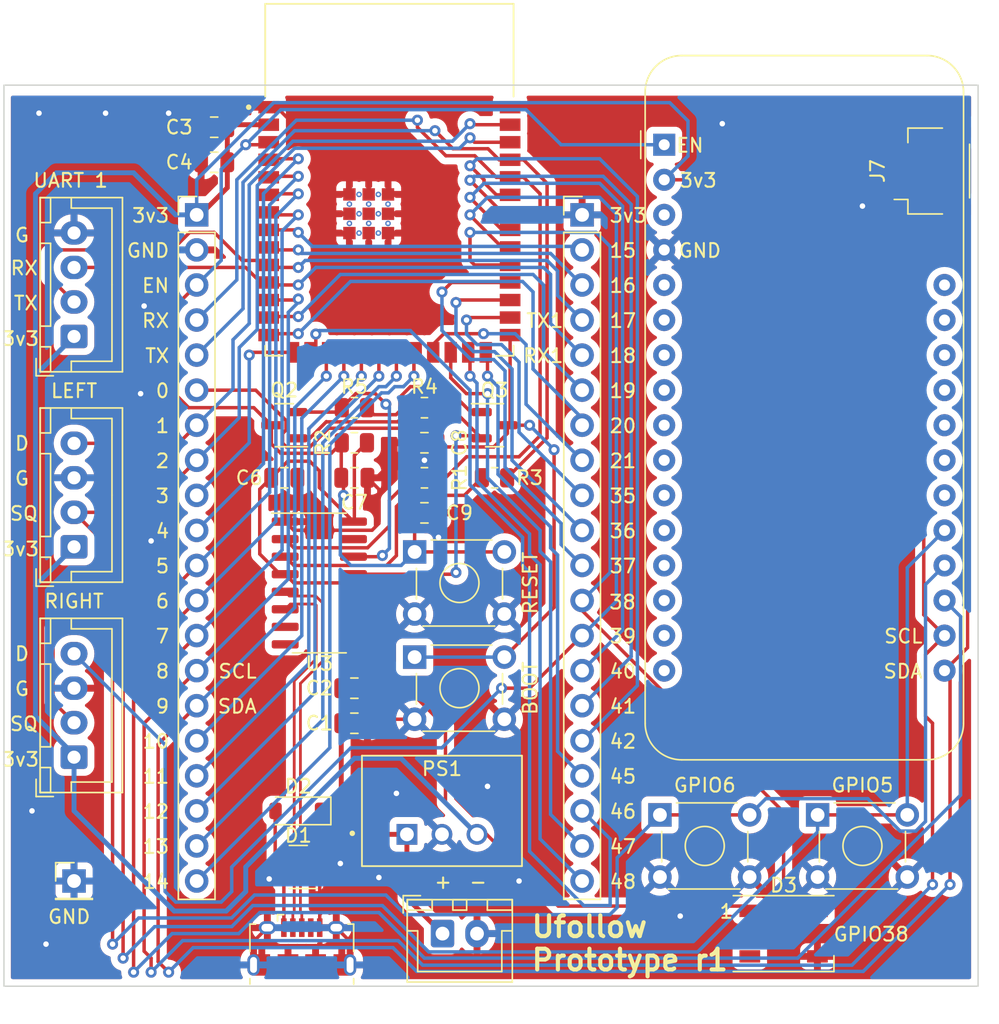
<source format=kicad_pcb>
(kicad_pcb (version 20221018) (generator pcbnew)
  (layers (0 "F.Cu" signal) (31 "B.Cu" signal) (34 "B.Paste" user) (35 "F.Paste" user) (36 "B.SilkS" user "B.Silkscreen") (37 "F.SilkS" user "F.Silkscreen") (38 "B.Mask" user) (39 "F.Mask" user) (44 "Edge.Cuts" user))
  (net 0 "")
  (net 1 "VCC")
  (net 2 "GND")
  (net 3 "+3.3V")
  (net 4 "/EN")
  (net 5 "/GPIO0")
  (net 6 "/usb/D+")
  (net 7 "/usb/D-")
  (net 8 "Net-(D1-VCC)")
  (net 9 "/GPIO2")
  (net 10 "/GPIO1")
  (net 11 "/GPIO39")
  (net 13 "/GPIO15")
  (net 14 "/GPIO16")
  (net 15 "/GPIO17{slash}TX1")
  (net 16 "/GPIO18{slash}RX1")
  (net 17 "/GPIO19")
  (net 18 "/GPIO20")
  (net 19 "/GPIO21")
  (net 20 "/GPIO35")
  (net 21 "/GPIO36")
  (net 22 "/GPIO37")
  (net 23 "/GPIO38")
  (net 24 "/GPIO40")
  (net 25 "/GPIO41")
  (net 26 "/GPIO42")
  (net 27 "/GPIO45")
  (net 28 "/GPIO46")
  (net 29 "/GPIO47")
  (net 30 "/GPIO48")
  (net 31 "/RX")
  (net 32 "/TX")
  (net 33 "/GPIO3")
  (net 34 "/GPIO4")
  (net 35 "/GPIO5")
  (net 36 "/GPIO6")
  (net 37 "/GPIO7")
  (net 38 "/GPIO8")
  (net 39 "/GPIO9")
  (net 40 "/GPIO10")
  (net 41 "/GPIO11")
  (net 42 "/GPIO12")
  (net 43 "/GPIO13")
  (net 44 "/GPIO14")
  (net 45 "Net-(Q2-B)")
  (net 46 "/usb/RTS")
  (net 47 "Net-(Q3-B)")
  (net 48 "/usb/DTR")
  (net 49 "Net-(U3-TXD)")
  (net 50 "Net-(U3-RXD)")
  (footprint "Resistor_SMD:R_0805_2012Metric" (layer "F.Cu") (at 104.14 57.15)
    (fp_text reference "R1")
    (fp_text value "2.4K")
  )
  (footprint "Capacitor_SMD:C_0805_2012Metric" (layer "F.Cu") (at 104.14 54.61 180)
    (fp_text reference "C8")
    (fp_text value ".1uF")
  )
  (footprint "Package_SO:SOIC-16_3.9x9.9mm_P1.27mm" (layer "F.Cu") (at 96.52 64.77)
    (fp_text reference "U3")
    (fp_text value "CH340C")
  )
  (footprint "Connector_JST:JST_XH_B4B-XH-A_1x04_P2.50mm_Vertical" (layer "F.Cu") (at 78.74 46.91 90)
    (fp_text reference "J11" hide)
    (fp_text value "Conn_01x04_Socket")
  )
  (footprint "Resistor_SMD:R_0805_2012Metric" (layer "F.Cu") (at 99.06 52.07)
    (fp_text reference "R5")
    (fp_text value "10K")
  )
  (footprint "Connector_JST:JST_XH_B4B-XH-A_1x04_P2.50mm_Vertical" (layer "F.Cu") (at 78.74 77.39 90)
    (fp_text reference "J2" hide)
    (fp_text value "Conn_01x04_Socket")
  )
  (footprint "Capacitor_SMD:C_0805_2012Metric" (layer "F.Cu") (at 88.9 31.75 180)
    (fp_text reference "C3")
    (fp_text value "10uF")
  )
  (footprint "Capacitor_SMD:C_0805_2012Metric" (layer "F.Cu") (at 99.06 72.39)
    (fp_text reference "C2")
    (fp_text value "22uF")
  )
  (footprint "Capacitor_SMD:C_0805_2012Metric" (layer "F.Cu") (at 99.06 57.15)
    (fp_text reference "C7")
    (fp_text value "1uF")
  )
  (footprint "uFinder:CONV_K7803M-1000R3" (layer "F.Cu") (at 105.41 81.28)
    (fp_text reference "PS1")
    (fp_text value "K7803M-1000R3")
  )
  (footprint "Connector_PinHeader_2.54mm:PinHeader_1x01_P2.54mm_Vertical" (layer "F.Cu") (at 78.74 86.36)
    (fp_text reference "TP1" hide)
    (fp_text value "TestPoint")
  )
  (footprint "Capacitor_SMD:C_0805_2012Metric" (layer "F.Cu") (at 104.14 59.69)
    (fp_text reference "C9")
    (fp_text value ".1uF")
  )
  (footprint "Button_Switch_THT:SW_TH_Tactile_Omron_B3F-10xx" (layer "F.Cu") (at 121.21 81.57)
    (fp_text reference "SW3" hide)
    (fp_text value "SW_Push")
  )
  (footprint "Capacitor_SMD:C_0805_2012Metric" (layer "F.Cu") (at 88.9 34.29 180)
    (fp_text reference "C4")
    (fp_text value ".1uF")
  )
  (footprint "Button_Switch_THT:SW_TH_Tactile_Omron_B3F-10xx" (layer "F.Cu") (at 132.64 81.57)
    (fp_text reference "SW4" hide)
    (fp_text value "SW_Push")
  )
  (footprint "Resistor_SMD:R_0805_2012Metric" (layer "F.Cu") (at 104.14 52.07 180)
    (fp_text reference "R4")
    (fp_text value "10K")
  )
  (footprint "uFinder:Adafruit_Feather" (layer "F.Cu") (at 121.5195 33.02)
    (fp_text reference "U2" hide)
    (fp_text value "~")
  )
  (footprint "Resistor_SMD:R_0805_2012Metric" (layer "F.Cu") (at 109.22 57.15)
    (fp_text reference "R3")
    (fp_text value "2.4K")
  )
  (footprint "Connector_JST:JST_XH_B2B-XH-A_1x02_P2.50mm_Vertical" (layer "F.Cu") (at 105.45 90.17)
    (fp_text reference "J3" hide)
    (fp_text value "Conn_01x02_Socket")
  )
  (footprint "Diode_SMD:D_SOD-123" (layer "F.Cu") (at 94.996 81.28 180)
    (fp_text reference "D2")
    (fp_text value "D")
  )
  (footprint "Connector_JST:JST_XH_B4B-XH-A_1x04_P2.50mm_Vertical" (layer "F.Cu") (at 78.74 62.15 90)
    (fp_text reference "J1" hide)
    (fp_text value "Conn_01x04_Socket")
  )
  (footprint "Connector_JST:JST_SH_SM04B-SRSS-TB_1x04-1MP_P1.00mm_Horizontal" (layer "F.Cu") (at 140.97 34.925 90)
    (fp_text reference "J7")
    (fp_text value "Conn_01x04_Socket")
  )
  (footprint "Package_TO_SOT_SMD:SOT-23" (layer "F.Cu") (at 93.98 53.34 180)
    (fp_text reference "Q2")
    (fp_text value "Q_NPN_BEC")
  )
  (footprint "Resistor_SMD:R_0805_2012Metric" (layer "F.Cu") (at 99.06 54.61)
    (fp_text reference "R2")
    (fp_text value "10K")
  )
  (footprint "Button_Switch_THT:SW_TH_Tactile_Omron_B3F-10xx" (layer "F.Cu") (at 103.43 70.14)
    (fp_text reference "SW2" hide)
    (fp_text value "SW_Push")
  )
  (footprint "uFinder:XCVR_ESP32-S3-WROOM-1-N4R2" (layer "F.Cu") (at 101.6 35.56)
    (fp_text reference "U1" hide)
    (fp_text value "ESP32-S3-WROOM-1-N4R2")
  )
  (footprint "Connector_PinHeader_2.54mm:PinHeader_1x20_P2.54mm_Vertical" (layer "F.Cu") (at 87.63 38.1)
    (fp_text reference "J6" hide)
    (fp_text value "Conn_01x20_Pin")
  )
  (footprint "Connector_PinHeader_2.54mm:PinHeader_1x20_P2.54mm_Vertical" (layer "F.Cu") (at 115.57 38.1)
    (fp_text reference "J5" hide)
    (fp_text value "Conn_01x20_Pin")
  )
  (footprint "Button_Switch_THT:SW_TH_Tactile_Omron_B3F-10xx" (layer "F.Cu") (at 103.43 62.52)
    (fp_text reference "SW1" hide)
    (fp_text value "SW_Push")
  )
  (footprint "Capacitor_SMD:C_0805_2012Metric" (layer "F.Cu") (at 99.06 74.93)
    (fp_text reference "C1")
    (fp_text value "10uF")
  )
  (footprint "Package_TO_SOT_SMD:SOT-143" (layer "F.Cu") (at 94.996 85.344 180)
    (fp_text reference "D1")
    (fp_text value "PRTR5V0U2X")
  )
  (footprint "LED_SMD:LED_WS2812B_PLCC4_5.0x5.0mm_P3.2mm" (layer "F.Cu") (at 130.175 90.17)
    (fp_text reference "D3")
    (fp_text value "WS2812B")
  )
  (footprint "Package_TO_SOT_SMD:SOT-23" (layer "F.Cu") (at 109.22 53.34)
    (fp_text reference "Q3")
    (fp_text value "Q_NPN_BEC")
  )
  (footprint "Connector_USB:USB_Micro-B_Amphenol_10118194_Horizontal" (layer "F.Cu") (at 95.25 91.14)
    (fp_text reference "J4" hide)
    (fp_text value "USB_B_Micro")
  )
  (footprint "Capacitor_SMD:C_0805_2012Metric" (layer "F.Cu") (at 93.98 57.15)
    (fp_text reference "C6")
    (fp_text value ".1uF")
  )
  (gr_rect (start 73.66 28.702) (end 144.272 93.98) (stroke (width 0.1)) (fill none) (layer "Edge.Cuts"))
  (gr_text "RIGHT" (at 78.74 66.675) (layer "F.SilkS") (effects (font (size 1 1)) (justify bottom)))
  (gr_text "3" (at 85.725 59.055) (layer "F.SilkS") (effects (font (size 1 1)) (justify right bottom)))
  (gr_text "19" (at 117.475 51.435) (layer "F.SilkS") (effects (font (size 1 1)) (justify left bottom)))
  (gr_text "4" (at 85.725 61.595) (layer "F.SilkS") (effects (font (size 1 1)) (justify right bottom)))
  (gr_text "1" (at 85.725 53.975) (layer "F.SilkS") (effects (font (size 1 1)) (justify right bottom)))
  (gr_text "35" (at 117.475 59.055) (layer "F.SilkS") (effects (font (size 1 1)) (justify left bottom)))
  (gr_text "SCL" (at 92.075 71.755) (layer "F.SilkS") (effects (font (size 1 1)) (justify right bottom)))
  (gr_text "5" (at 85.725 64.135) (layer "F.SilkS") (effects (font (size 1 1)) (justify right bottom)))
  (gr_text "0" (at 85.725 51.435) (layer "F.SilkS") (effects (font (size 1 1)) (justify right bottom)))
  (gr_text "48" (at 117.475 86.995) (layer "F.SilkS") (effects (font (size 1 1)) (justify left bottom)))
  (gr_text "EN" (at 124.46 33.655) (layer "F.SilkS") (effects (font (size 1 1)) (justify right bottom)))
  (gr_text "+" (at 104.775 86.995) (layer "F.SilkS") (effects (font (size 1 1)) (justify left bottom)))
  (gr_text "TX1" (at 114.3 46.355) (layer "F.SilkS") (effects (font (size 1 1)) (justify right bottom)))
  (gr_text "RX" (at 85.725 46.355) (layer "F.SilkS") (effects (font (size 1 1)) (justify right bottom)))
  (gr_text "GPIO6" (at 124.46 80.01) (layer "F.SilkS") (effects (font (size 1 1)) (justify bottom)))
  (gr_text "46" (at 117.475 81.915) (layer "F.SilkS") (effects (font (size 1 1)) (justify left bottom)))
  (gr_text "D" (at 75.565 55.245) (layer "F.SilkS") (effects (font (size 1 1)) (justify right bottom)))
  (gr_text "GND" (at 125.73 41.275) (layer "F.SilkS") (effects (font (size 1 1)) (justify right bottom)))
  (gr_text "13" (at 85.725 84.455) (layer "F.SilkS") (effects (font (size 1 1)) (justify right bottom)))
  (gr_text "RX1" (at 114.3 48.895) (layer "F.SilkS") (effects (font (size 1 1)) (justify right bottom)))
  (gr_text "9" (at 85.725 74.295) (layer "F.SilkS") (effects (font (size 1 1)) (justify right bottom)))
  (gr_text "SCL" (at 140.335 69.215) (layer "F.SilkS") (effects (font (size 1 1)) (justify right bottom)))
  (gr_text "SDA" (at 140.335 71.755) (layer "F.SilkS") (effects (font (size 1 1)) (justify right bottom)))
  (gr_text "21" (at 117.475 56.515) (layer "F.SilkS") (effects (font (size 1 1)) (justify left bottom)))
  (gr_text "11" (at 85.725 79.375) (layer "F.SilkS") (effects (font (size 1 1)) (justify right bottom)))
  (gr_text "37" (at 117.475 64.135) (layer "F.SilkS") (effects (font (size 1 1)) (justify left bottom)))
  (gr_text "42" (at 117.475 76.835) (layer "F.SilkS") (effects (font (size 1 1)) (justify left bottom)))
  (gr_text "SQ" (at 76.2 60.325) (layer "F.SilkS") (effects (font (size 1 1)) (justify right bottom)))
  (gr_text "6" (at 85.725 66.675) (layer "F.SilkS") (effects (font (size 1 1)) (justify right bottom)))
  (gr_text "3v3" (at 76.29 78.14) (layer "F.SilkS") (effects (font (size 1 1)) (justify right bottom)))
  (gr_text "D" (at 75.565 70.485) (layer "F.SilkS") (effects (font (size 1 1)) (justify right bottom)))
  (gr_text "16" (at 117.475 43.815) (layer "F.SilkS") (effects (font (size 1 1)) (justify left bottom)))
  (gr_text "G" (at 75.565 57.785) (layer "F.SilkS") (effects (font (size 1 1)) (justify right bottom)))
  (gr_text "G" (at 75.565 73.025) (layer "F.SilkS") (effects (font (size 1 1)) (justify right bottom)))
  (gr_text "TX" (at 85.725 48.895) (layer "F.SilkS") (effects (font (size 1 1)) (justify right bottom)))
  (gr_text "38" (at 117.45121 66.749369) (layer "F.SilkS") (effects (font (size 1 1)) (justify left bottom)))
  (gr_text "SQ" (at 76.2 75.565) (layer "F.SilkS") (effects (font (size 1 1)) (justify right bottom)))
  (gr_text "45" (at 117.475 79.375) (layer "F.SilkS") (effects (font (size 1 1)) (justify left bottom)))
  (gr_text "15" (at 117.475 41.275) (layer "F.SilkS") (effects (font (size 1 1)) (justify left bottom)))
  (gr_text "10" (at 85.725 76.835) (layer "F.SilkS") (effects (font (size 1 1)) (justify right bottom)))
  (gr_text "GPIO38" (at 136.525 90.805) (layer "F.SilkS") (effects (font (size 1 1)) (justify bottom)))
  (gr_text "RESET" (at 112.395 64.77 90) (layer "F.SilkS") (effects (font (size 1 1)) (justify bottom)))
  (gr_text "BOOT" (at 112.395 72.39 90) (layer "F.SilkS") (effects (font (size 1 1)) (justify bottom)))
  (gr_text "18" (at 117.475 48.895) (layer "F.SilkS") (effects (font (size 1 1)) (justify left bottom)))
  (gr_text "Ufollow\nPrototype r1" (at 111.76 92.964) (layer "F.SilkS") (effects (font (size 1.5 1.5) (thickness 0.3) bold) (justify left bottom)))
  (gr_text "3v3" (at 76.29 62.9) (layer "F.SilkS") (effects (font (size 1 1)) (justify right bottom)))
  (gr_text "GPIO5" (at 135.89 80.01) (layer "F.SilkS") (effects (font (size 1 1)) (justify bottom)))
  (gr_text "7" (at 85.725 69.215) (layer "F.SilkS") (effects (font (size 1 1)) (justify right bottom)))
  (gr_text "20" (at 117.475 53.975) (layer "F.SilkS") (effects (font (size 1 1)) (justify left bottom)))
  (gr_text "47" (at 117.475 84.455) (layer "F.SilkS") (effects (font (size 1 1)) (justify left bottom)))
  (gr_text "17" (at 117.475 46.355) (layer "F.SilkS") (effects (font (size 1 1)) (justify left bottom)))
  (gr_text "8" (at 85.725 71.755) (layer "F.SilkS") (effects (font (size 1 1)) (justify right bottom)))
  (gr_text "GND" (at 80.01 89.535) (layer "F.SilkS") (effects (font (size 1 1)) (justify right bottom)))
  (gr_text "3v3" (at 76.29 47.66) (layer "F.SilkS") (effects (font (size 1 1)) (justify right bottom)))
  (gr_text "LEFT" (at 78.74 51.435) (layer "F.SilkS") (effects (font (size 1 1)) (justify bottom)))
  (gr_text "39" (at 117.475 69.215) (layer "F.SilkS") (effects (font (size 1 1)) (justify left bottom)))
  (gr_text "40" (at 117.475 71.755) (layer "F.SilkS") (effects (font (size 1 1)) (justify left bottom)))
  (gr_text "3v3" (at 122.555 36.195) (layer "F.SilkS") (effects (font (size 1 1)) (justify left bottom)))
  (gr_text "36" (at 117.475 61.595) (layer "F.SilkS") (effects (font (size 1 1)) (justify left bottom)))
  (gr_text "41" (at 117.475 74.295) (layer "F.SilkS") (effects (font (size 1 1)) (justify left bottom)))
  (gr_text "SDA" (at 92.075 74.295) (layer "F.SilkS") (effects (font (size 1 1)) (justify right bottom)))
  (gr_text "TX" (at 76.2 45.085) (layer "F.SilkS") (effects (font (size 1 1)) (justify right bottom)))
  (gr_text "-" (at 107.315 86.995) (layer "F.SilkS") (effects (font (size 1 1)) (justify left bottom)))
  (gr_text "3v3" (at 117.475 38.735) (layer "F.SilkS") (effects (font (size 1 1)) (justify left bottom)))
  (gr_text "UART 1" (at 81.28 36.195) (layer "F.SilkS") (effects (font (size 1 1)) (justify right bottom)))
  (gr_text "2" (at 85.725 56.515) (layer "F.SilkS") (effects (font (size 1 1)) (justify right bottom)))
  (gr_text "RX" (at 76.2 42.545) (layer "F.SilkS") (effects (font (size 1 1)) (justify right bottom)))
  (gr_text "G" (at 75.565 40.16) (layer "F.SilkS") (effects (font (size 1 1)) (justify right bottom)))
  (gr_text "EN" (at 85.725 43.815) (layer "F.SilkS") (effects (font (size 1 1)) (justify right bottom)))
  (gr_text "14" (at 85.725 86.995) (layer "F.SilkS") (effects (font (size 1 1)) (justify right bottom)))
  (gr_text "3v3" (at 85.725 38.735) (layer "F.SilkS") (effects (font (size 1 1)) (justify right bottom)))
  (gr_text "GND" (at 85.725 41.275) (layer "F.SilkS") (effects (font (size 1 1)) (justify right bottom)))
  (gr_text "12" (at 85.725 81.915) (layer "F.SilkS") (effects (font (size 1 1)) (justify right bottom)))
  (segment (start 98.11 79.816) (end 98.11 74.93) (width 0.3556) (layer "F.Cu") (net 1))
  (segment (start 96.646 81.28) (end 98.11 79.816) (width 0.3556) (layer "F.Cu") (net 1))
  (segment (start 102.87 87.59) (end 102.87 82.98) (width 0.3556) (layer "F.Cu") (net 1))
  (segment (start 102.87 82.98) (end 101.274 82.98) (width 0.3556) (layer "F.Cu") (net 1))
  (segment (start 101.274 82.98) (end 98.11 79.816) (width 0.3556) (layer "F.Cu") (net 1))
  (segment (start 105.45 90.17) (end 102.87 87.59) (width 0.3556) (layer "F.Cu") (net 1))
  (segment (start 136.93 36.425) (end 135.89 37.465) (width 0.25) (layer "F.Cu") (net 2))
  (segment (start 92.886689 87.533311) (end 92.886689 86.209289) (width 0.25) (layer "F.Cu") (net 2))
  (segment (start 132.625 91.82) (end 133.39 91.82) (width 0.25) (layer "F.Cu") (net 2))
  (segment (start 115.57 34.52) (end 113.042 31.992) (width 0.25) (layer "F.Cu") (net 2))
  (segment (start 100.01 72.39) (end 100.01 74.93) (width 0.25) (layer "F.Cu") (net 2))
  (segment (start 100.838 60.452) (end 100.34 60.95) (width 0.25) (layer "F.Cu") (net 2))
  (segment (start 125.73 31.496) (end 113.538 31.496) (width 0.25) (layer "F.Cu") (net 2))
  (segment (start 91.75 92.44) (end 91.75 90.74) (width 0.25) (layer "F.Cu") (net 2))
  (segment (start 100.838 57.978) (end 100.838 60.452) (width 0.25) (layer "F.Cu") (net 2))
  (segment (start 92.75 87.67) (end 92.886689 87.533311) (width 0.25) (layer "F.Cu") (net 2))
  (segment (start 138.97 36.425) (end 136.93 36.425) (width 0.25) (layer "F.Cu") (net 2))
  (segment (start 92.75 89.74) (end 92.75 87.67) (width 0.25) (layer "F.Cu") (net 2))
  (segment (start 113.042 31.992) (end 111.35 30.3) (width 0.25) (layer "F.Cu") (net 2))
  (segment (start 105.09 61.402) (end 105.156 61.468) (width 0.25) (layer "F.Cu") (net 2))
  (segment (start 96.55 89.74) (end 96.55 86.648) (width 0.25) (layer "F.Cu") (net 2))
  (segment (start 111.35 30.3) (end 110.35 30.3) (width 0.25) (layer "F.Cu") (net 2))
  (segment (start 100.3 74.64) (end 103.43 74.64) (width 0.25) (layer "F.Cu") (net 2))
  (segment (start 87.95 31.75) (end 87.95 34.29) (width 0.25) (layer "F.Cu") (net 2))
  (segment (start 92.85 30.3) (end 110.35 30.3) (width 0.25) (layer "F.Cu") (net 2))
  (segment (start 133.39 91.82) (end 139.14 86.07) (width 0.25) (layer "F.Cu") (net 2))
  (segment (start 105.09 59.69) (end 105.09 61.402) (width 0.25) (layer "F.Cu") (net 2))
  (segment (start 87.95 31.75) (end 89.4 30.3) (width 0.25) (layer "F.Cu") (net 2))
  (segment (start 96.55 86.648) (end 95.996 86.094) (width 0.25) (layer "F.Cu") (net 2))
  (segment (start 89.4 30.3) (end 92.85 30.3) (width 0.25) (layer "F.Cu") (net 2))
  (segment (start 94.93 59.44) (end 94.045 60.325) (width 0.25) (layer "F.Cu") (net 2))
  (segment (start 113.538 31.496) (end 113.042 31.992) (width 0.25) (layer "F.Cu") (net 2))
  (segment (start 94.67 60.95) (end 94.045 60.325) (width 0.25) (layer "F.Cu") (net 2))
  (segment (start 91.75 90.74) (end 92.75 89.74) (width 0.25) (layer "F.Cu") (net 2))
  (segment (start 100.01 57.15) (end 100.838 57.978) (width 0.25) (layer "F.Cu") (net 2))
  (segment (start 98.7 35.57) (end 93.43 30.3) (width 0.25) (layer "F.Cu") (net 2))
  (segment (start 98.7 36.62) (end 98.7 35.57) (width 0.25) (layer "F.Cu") (net 2))
  (segment (start 98.75 90.74) (end 97.75 89.74) (width 0.25) (layer "F.Cu") (net 2))
  (segment (start 100.01 57.15) (end 100.65 57.15) (width 0.25) (layer "F.Cu") (net 2))
  (segment (start 100.65 57.15) (end 103.19 54.61) (width 0.25) (layer "F.Cu") (net 2))
  (segment (start 115.57 38.1) (end 115.57 34.52) (width 0.25) (layer "F.Cu") (net 2))
  (segment (start 98.75 92.44) (end 98.75 90.74) (width 0.25) (layer "F.Cu") (net 2))
  (segment (start 91.75 92.44) (end 98.75 92.44) (width 0.25) (layer "F.Cu") (net 2))
  (segment (start 103.19 54.93) (end 104.14 55.88) (width 0.25) (layer "F.Cu") (net 2))
  (segment (start 100.34 60.95) (end 94.67 60.95) (width 0.25) (layer "F.Cu") (net 2))
  (segment (start 94.93 57.15) (end 94.93 59.44) (width 0.25) (layer "F.Cu") (net 2))
  (via (at 110.998 86.36) (size 0.8) (drill 0.4) (layers "F.Cu" "B.Cu") (net 2))
  (via (at 75.692 81.28) (size 0.8) (drill 0.4) (layers "F.Cu" "B.Cu") (net 2))
  (via (at 102.108 80.01) (size 0.8) (drill 0.4) (layers "F.Cu" "B.Cu") (net 2))
  (via (at 100.838 86.106) (size 0.8) (drill 0.4) (layers "F.Cu" "B.Cu") (net 2))
  (via (at 135.89 37.465) (size 0.8) (drill 0.4) (layers "F.Cu" "B.Cu") (net 2))
  (via (at 81.026 30.734) (size 0.8) (drill 0.4) (layers "F.Cu" "B.Cu") (net 2))
  (via (at 122.682 88.9) (size 0.8) (drill 0.4) (layers "F.Cu" "B.Cu") (net 2))
  (via (at 83.82 44.704) (size 0.8) (drill 0.4) (layers "F.Cu" "B.Cu") (net 2))
  (via (at 83.566 51.054) (size 0.8) (drill 0.4) (layers "F.Cu" "B.Cu") (net 2))
  (via (at 76.2 30.734) (size 0.8) (drill 0.4) (layers "F.Cu" "B.Cu") (net 2))
  (via (at 84.328 61.722) (size 0.8) (drill 0.4) (layers "F.Cu" "B.Cu") (net 2))
  (via (at 104.14 55.88) (size 0.8) (drill 0.4) (layers "F.Cu" "B.Cu") (net 2))
  (via (at 108.712 79.502) (size 0.8) (drill 0.4) (layers "F.Cu" "B.Cu") (net 2))
  (via (at 125.73 31.496) (size 0.8) (drill 0.4) (layers "F.Cu" "B.Cu") (net 2))
  (via (at 85.598 30.734) (size 0.8) (drill 0.4) (layers "F.Cu" "B.Cu") (net 2))
  (via (at 92.886689 86.209289) (size 0.8) (drill 0.4) (layers "F.Cu" "B.Cu") (net 2))
  (via (at 105.156 61.468) (size 0.8) (drill 0.4) (layers "F.Cu" "B.Cu") (net 2))
  (via (at 76.708 90.932) (size 0.8) (drill 0.4) (layers "F.Cu" "B.Cu") (net 2))
  (via (at 98.044 85.09) (size 0.8) (drill 0.4) (layers "F.Cu" "B.Cu") (net 2))
  (segment (start 135.89 37.465) (end 131.699 37.465) (width 0.25) (layer "B.Cu") (net 2))
  (segment (start 131.699 37.465) (end 125.73 31.496) (width 0.25) (layer "B.Cu") (net 2))
  (segment (start 93.668249 64.135) (end 92.202 62.668751) (width 0.25) (layer "F.Cu") (net 3))
  (segment (start 108.643305 82.98) (end 107.95 82.98) (width 0.25) (layer "F.Cu") (net 3))
  (segment (start 100.95 65.713249) (end 99.996751 64.76) (width 0.25) (layer "F.Cu") (net 3))
  (segment (start 99.06 60.26) (end 99.06 55.5225) (width 0.25) (layer "F.Cu") (net 3))
  (segment (start 138.97 35.425) (end 138.835 35.56) (width 0.25) (layer "F.Cu") (net 3))
  (segment (start 100.95 70.358) (end 100.95 65.713249) (width 0.25) (layer "F.Cu") (net 3))
  (segment (start 100.142 70.358) (end 100.95 70.358) (width 0.25) (layer "F.Cu") (net 3))
  (segment (start 127.38 88.175) (end 113.838305 88.175) (width 0.25) (layer "F.Cu") (net 3))
  (segment (start 105.664 80.694) (end 105.664 75.184) (width 0.25) (layer "F.Cu") (net 3))
  (segment (start 99.06 55.5225) (end 99.9725 54.61) (width 0.25) (layer "F.Cu") (net 3))
  (segment (start 89.85 34.29) (end 89.85 31.75) (width 0.3556) (layer "F.Cu") (net 3))
  (segment (start 89.85 34.29) (end 89.85 36.134) (width 0.3556) (layer "F.Cu") (net 3))
  (segment (start 138.835 35.56) (end 121.5195 35.56) (width 0.25) (layer "F.Cu") (net 3))
  (segment (start 89.85 36.134) (end 87.884 38.1) (width 0.3556) (layer "F.Cu") (net 3))
  (segment (start 92.202 57.978) (end 93.03 57.15) (width 0.25) (layer "F.Cu") (net 3))
  (segment (start 92.85 31.57) (end 90.03 31.57) (width 0.3556) (layer "F.Cu") (net 3))
  (segment (start 94.234 55.946) (end 95.824 55.946) (width 0.25) (layer "F.Cu") (net 3))
  (segment (start 105.664 75.184) (end 100.95 70.47) (width 0.25) (layer "F.Cu") (net 3))
  (segment (start 113.838305 88.175) (end 108.643305 82.98) (width 0.25) (layer "F.Cu") (net 3))
  (segment (start 107.95 82.98) (end 105.664 80.694) (width 0.25) (layer "F.Cu") (net 3))
  (segment (start 127.725 88.52) (end 127.38 88.175) (width 0.25) (layer "F.Cu") (net 3))
  (segment (start 94.67 64.76) (end 94.045 64.135) (width 0.25) (layer "F.Cu") (net 3))
  (segment (start 92.202 62.668751) (end 92.202 57.978) (width 0.25) (layer "F.Cu") (net 3))
  (segment (start 99.996751 64.76) (end 94.67 64.76) (width 0.25) (layer "F.Cu") (net 3))
  (segment (start 95.824 55.946) (end 96.52 56.642) (width 0.25) (layer "F.Cu") (net 3))
  (segment (start 96.52 57.85) (end 98.995 60.325) (width 0.25) (layer "F.Cu") (net 3))
  (segment (start 93.03 57.15) (end 94.234 55.946) (width 0.25) (layer "F.Cu") (net 3))
  (segment (start 96.52 56.642) (end 96.52 57.85) (width 0.25) (layer "F.Cu") (net 3))
  (segment (start 100.95 70.47) (end 100.95 70.358) (width 0.25) (layer "F.Cu") (net 3))
  (segment (start 98.11 72.39) (end 100.142 70.358) (width 0.25) (layer "F.Cu") (net 3))
  (segment (start 91.186 87.122) (end 91.186 85.344) (width 0.3556) (layer "B.Cu") (net 3))
  (segment (start 102.44 77.47) (end 107.95 82.98) (width 0.3556) (layer "B.Cu") (net 3))
  (segment (start 75.946 49.704) (end 78.74 46.91) (width 0.3556) (layer "B.Cu") (net 3))
  (segment (start 121.92 29.972) (end 93.208695 29.972) (width 0.25) (layer "B.Cu") (net 3))
  (segment (start 75.946 74.422) (end 75.946 64.944) (width 0.3556) (layer "B.Cu") (net 3))
  (segment (start 86.106 38.1) (end 87.63 38.1) (width 0.3556) (layer "B.Cu") (net 3))
  (segment (start 78.74 77.39) (end 78.74 81.28) (width 0.3556) (layer "B.Cu") (net 3))
  (segment (start 75.946 64.944) (end 78.74 62.15) (width 0.3556) (layer "B.Cu") (net 3))
  (segment (start 75.946 49.704) (end 75.946 36.576) (width 0.3556) (layer "B.Cu") (net 3))
  (segment (start 93.208695 29.972) (end 87.63 35.550695) (width 0.25) (layer "B.Cu") (net 3))
  (segment (start 123.24375 33.83575) (end 123.24375 31.29575) (width 0.25) (layer "B.Cu") (net 3))
  (segment (start 91.186 85.344) (end 99.06 77.47) (width 0.3556) (layer "B.Cu") (net 3))
  (segment (start 87.63 35.550695) (end 87.63 38.1) (width 0.25) (layer "B.Cu") (net 3))
  (segment (start 75.946 64.944) (end 75.946 49.704) (width 0.3556) (layer "B.Cu") (net 3))
  (segment (start 75.946 36.576) (end 77.47 35.052) (width 0.3556) (layer "B.Cu") (net 3))
  (segment (start 123.24375 31.29575) (end 121.92 29.972) (width 0.25) (layer "B.Cu") (net 3))
  (segment (start 83.058 35.052) (end 86.106 38.1) (width 0.3556) (layer "B.Cu") (net 3))
  (segment (start 85.9952 88.5352) (end 89.7728 88.5352) (width 0.3556) (layer "B.Cu") (net 3))
  (segment (start 77.47 35.052) (end 83.058 35.052) (width 0.3556) (layer "B.Cu") (net 3))
  (segment (start 121.5195 35.56) (end 123.24375 33.83575) (width 0.25) (layer "B.Cu") (net 3))
  (segment (start 78.74 81.28) (end 85.9952 88.5352) (width 0.3556) (layer "B.Cu") (net 3))
  (segment (start 75.946 74.422) (end 78.74 77.216) (width 0.3556) (layer "B.Cu") (net 3))
  (segment (start 99.06 77.47) (end 102.44 77.47) (width 0.3556) (layer "B.Cu") (net 3))
  (segment (start 89.7728 88.5352) (end 91.186 87.122) (width 0.3556) (layer "B.Cu") (net 3))
  (segment (start 98.2705 58.42) (end 98.2705 57.3105) (width 0.25) (layer "F.Cu") (net 4))
  (segment (start 103.43 62.52) (end 109.93 62.52) (width 0.25) (layer "F.Cu") (net 4))
  (segment (start 91.7725 52.07) (end 87.053149 52.07) (width 0.25) (layer "F.Cu") (net 4))
  (segment (start 93.0425 53.34) (end 91.7725 52.07) (width 0.25) (layer "F.Cu") (net 4))
  (segment (start 91.186 33.02) (end 92.67 33.02) (width 0.25) (layer "F.Cu") (net 4))
  (segment (start 93.0425 54.6885) (end 93.726 55.372) (width 0.25) (layer "F.Cu") (net 4))
  (segment (start 103.43 62.52) (end 103.43 59.93) (width 0.25) (layer "F.Cu") (net 4))
  (segment (start 98.11 57.15) (end 98.11 54.6475) (width 0.25) (layer "F.Cu") (net 4))
  (segment (start 93.726 55.372) (end 97.3855 55.372) (width 0.25) (layer "F.Cu") (net 4))
  (segment (start 93.0425 53.34) (end 93.0425 54.6885) (width 0.25) (layer "F.Cu") (net 4))
  (segment (start 86.106 44.704) (end 87.63 43.18) (width 0.25) (layer "F.Cu") (net 4))
  (segment (start 97.3855 55.372) (end 98.1475 54.61) (width 0.25) (layer "F.Cu") (net 4))
  (segment (start 87.053149 52.07) (end 86.106 51.122851) (width 0.25) (layer "F.Cu") (net 4))
  (segment (start 86.106 51.122851) (end 86.106 44.704) (width 0.25) (layer "F.Cu") (net 4))
  (via (at 98.2705 58.42) (size 0.8) (drill 0.4) (layers "F.Cu" "B.Cu") (net 4))
  (via (at 91.186 33.02) (size 0.8) (drill 0.4) (layers "F.Cu" "B.Cu") (net 4))
  (segment (start 89.408 34.798) (end 91.186 33.02) (width 0.25) (layer "B.Cu") (net 4))
  (segment (start 98.044 58.6465) (end 98.2705 58.42) (width 0.25) (layer "B.Cu") (net 4))
  (segment (start 98.806 63.5) (end 98.044 62.738) (width 0.25) (layer "B.Cu") (net 4))
  (segment (start 87.63 43.18) (end 89.408 41.402) (width 0.25) (layer "B.Cu") (net 4))
  (segment (start 93.726 30.48) (end 91.186 33.02) (width 0.25) (layer "B.Cu") (net 4))
  (segment (start 89.408 41.402) (end 89.408 34.798) (width 0.25) (layer "B.Cu") (net 4))
  (segment (start 102.45 63.5) (end 98.806 63.5) (width 0.25) (layer "B.Cu") (net 4))
  (segment (start 121.5195 33.02) (end 114.046 33.02) (width 0.25) (layer "B.Cu") (net 4))
  (segment (start 98.044 62.738) (end 98.044 58.6465) (width 0.25) (layer "B.Cu") (net 4))
  (segment (start 114.046 33.02) (end 111.506 30.48) (width 0.25) (layer "B.Cu") (net 4))
  (segment (start 111.506 30.48) (end 93.726 30.48) (width 0.25) (layer "B.Cu") (net 4))
  (segment (start 103.43 62.52) (end 102.45 63.5) (width 0.25) (layer "B.Cu") (net 4))
  (segment (start 110.35 53.1475) (end 110.35 46.81) (width 0.25) (layer "F.Cu") (net 5))
  (segment (start 113.538 66.532) (end 113.538 55.118) (width 0.25) (layer "F.Cu") (net 5))
  (segment (start 93.855 54.636751) (end 93.855 53.943249) (width 0.25) (layer "F.Cu") (net 5))
  (segment (start 109.93 70.14) (end 113.538 66.532) (width 0.25) (layer "F.Cu") (net 5))
  (segment (start 105.395 54.915) (end 109.169 54.915) (width 0.25) (layer "F.Cu") (net 5))
  (segment (start 111.76 53.34) (end 110.1575 53.34) (width 0.25) (layer "F.Cu") (net 5))
  (segment (start 110.1575 53.34) (end 110.35 53.1475) (width 0.25) (layer "F.Cu") (net 5))
  (segment (start 97.190396 53.56) (end 95.835396 54.915) (width 0.25) (layer "F.Cu") (net 5))
  (segment (start 105.09 54.61) (end 104.04 53.56) (width 0.25) (layer "F.Cu") (net 5))
  (segment (start 104.04 53.56) (end 97.190396 53.56) (width 0.25) (layer "F.Cu") (net 5))
  (segment (start 94.133249 54.915) (end 93.855 54.636751) (width 0.25) (layer "F.Cu") (net 5))
  (segment (start 110.1575 53.9265) (end 110.1575 53.34) (width 0.25) (layer "F.Cu") (net 5))
  (segment (start 94.105 52.993249) (end 91.911751 50.8) (width 0.25) (layer "F.Cu") (net 5))
  (segment (start 94.105 53.693249) (end 94.105 52.993249) (width 0.25) (layer "F.Cu") (net 5))
  (segment (start 91.911751 50.8) (end 87.63 50.8) (width 0.25) (layer "F.Cu") (net 5))
  (segment (start 109.169 54.915) (end 110.1575 53.9265) (width 0.25) (layer "F.Cu") (net 5))
  (segment (start 95.835396 54.915) (end 94.133249 54.915) (width 0.25) (layer "F.Cu") (net 5))
  (segment (start 93.855 53.943249) (end 94.105 53.693249) (width 0.25) (layer "F.Cu") (net 5))
  (via (at 111.76 53.34) (size 0.8) (drill 0.4) (layers "F.Cu" "B.Cu") (net 5))
  (via (at 113.538 55.118) (size 0.8) (drill 0.4) (layers "F.Cu" "B.Cu") (net 5))
  (segment (start 113.538 55.118) (end 111.76 53.34) (width 0.25) (layer "B.Cu") (net 5))
  (segment (start 103.43 70.14) (end 109.93 70.14) (width 0.25) (layer "B.Cu") (net 5))
  (segment (start 96.745 66.2008) (end 96.259193 65.714993) (width 0.2) (layer "F.Cu") (net 6))
  (segment (start 95.15 84.582) (end 95.15 72.0462) (width 0.2) (layer "F.Cu") (net 6))
  (segment (start 96.745 70.4512) (end 96.745 66.2008) (width 0.2) (layer "F.Cu") (net 6))
  (segment (start 95.25 89.74) (end 95.25 88.727499) (width 0.2) (layer "F.Cu") (net 6))
  (segment (start 95.15 88.627499) (end 95.15 84.582) (width 0.2) (layer "F.Cu") (net 6))
  (segment (start 95.25 88.727499) (end 95.15 88.627499) (width 0.2) (layer "F.Cu") (net 6))
  (segment (start 94.354993 65.714993) (end 94.045 65.405) (width 0.2) (layer "F.Cu") (net 6))
  (segment (start 95.15 84.582) (end 95.808 84.582) (width 0.2) (layer "F.Cu") (net 6))
  (segment (start 96.259193 65.714993) (end 94.354993 65.714993) (width 0.2) (layer "F.Cu") (net 6))
  (segment (start 95.15 72.0462) (end 96.745 70.4512) (width 0.2) (layer "F.Cu") (net 6))
  (segment (start 94.426 66.294) (end 94.045 66.675) (width 0.2) (layer "F.Cu") (net 7))
  (segment (start 96.2018 66.294) (end 94.426 66.294) (width 0.2) (layer "F.Cu") (net 7))
  (segment (start 94.6 88.727499) (end 94.7 88.627499) (width 0.2) (layer "F.Cu") (net 7))
  (segment (start 94.7 84.582) (end 94.7 71.8598) (width 0.2) (layer "F.Cu") (net 7))
  (segment (start 96.295 70.2648) (end 96.295 66.3872) (width 0.2) (layer "F.Cu") (net 7))
  (segment (start 94.7 71.8598) (end 96.295 70.2648) (width 0.2) (layer "F.Cu") (net 7))
  (segment (start 96.295 66.3872) (end 96.2018 66.294) (width 0.2) (layer "F.Cu") (net 7))
  (segment (start 94.7 88.627499) (end 94.7 84.582) (width 0.2) (layer "F.Cu") (net 7))
  (segment (start 94.6 89.74) (end 94.6 88.727499) (width 0.2) (layer "F.Cu") (net 7))
  (segment (start 94.7 84.582) (end 94.184 84.582) (width 0.2) (layer "F.Cu") (net 7))
  (segment (start 93.996 86.294) (end 93.321 85.619) (width 0.25) (layer "F.Cu") (net 8))
  (segment (start 93.95 89.74) (end 93.95 86.34) (width 0.25) (layer "F.Cu") (net 8))
  (segment (start 93.321 85.619) (end 93.321 81.305) (width 0.25) (layer "F.Cu") (net 8))
  (segment (start 107.446299 32.516299) (end 107.77 32.84) (width 0.25) (layer "F.Cu") (net 9))
  (segment (start 78.74 59.65) (end 83.86 59.65) (width 0.25) (layer "F.Cu") (net 9))
  (segment (start 81.026 64.262) (end 77.216 68.072) (width 0.25) (layer "F.Cu") (net 9))
  (segment (start 77.216 73.366) (end 78.74 74.89) (width 0.25) (layer "F.Cu") (net 9))
  (segment (start 83.86 59.65) (end 87.63 55.88) (width 0.25) (layer "F.Cu") (net 9))
  (segment (start 107.77 32.84) (end 110.35 32.84) (width 0.25) (layer "F.Cu") (net 9))
  (segment (start 78.74 59.65) (end 81.026 61.936) (width 0.25) (layer "F.Cu") (net 9))
  (segment (start 77.216 68.072) (end 77.216 73.366) (width 0.25) (layer "F.Cu") (net 9))
  (segment (start 81.026 61.936) (end 81.026 64.262) (width 0.25) (layer "F.Cu") (net 9))
  (via (at 107.446299 32.516299) (size 0.8) (drill 0.4) (layers "F.Cu" "B.Cu") (net 9))
  (segment (start 92.021 35.985695) (end 92.021 46.409) (width 0.25) (layer "B.Cu") (net 9))
  (segment (start 90.715 47.715) (end 90.715 52.795) (width 0.25) (layer "B.Cu") (net 9))
  (segment (start 90.715 52.795) (end 87.63 55.88) (width 0.25) (layer "B.Cu") (net 9))
  (segment (start 94.732695 33.274) (end 92.021 35.985695) (width 0.25) (layer "B.Cu") (net 9))
  (segment (start 106.688598 33.274) (end 94.732695 33.274) (width 0.25) (layer "B.Cu") (net 9))
  (segment (start 92.021 46.409) (end 90.715 47.715) (width 0.25) (layer "B.Cu") (net 9))
  (segment (start 107.446299 32.516299) (end 106.688598 33.274) (width 0.25) (layer "B.Cu") (net 9))
  (segment (start 86.32 54.65) (end 87.63 53.34) (width 0.25) (layer "F.Cu") (net 10))
  (segment (start 107.442 31.496) (end 107.516 31.57) (width 0.25) (layer "F.Cu") (net 10))
  (segment (start 78.74 54.65) (end 86.32 54.65) (width 0.25) (layer "F.Cu") (net 10))
  (segment (start 107.516 31.57) (end 110.35 31.57) (width 0.25) (layer "F.Cu") (net 10))
  (via (at 107.442 31.496) (size 0.8) (drill 0.4) (layers "F.Cu" "B.Cu") (net 10))
  (segment (start 90.265 50.705) (end 90.265 47.149) (width 0.25) (layer "B.Cu") (net 10))
  (segment (start 90.265 47.149) (end 91.44 45.974) (width 0.25) (layer "B.Cu") (net 10))
  (segment (start 91.44 35.930298) (end 94.604298 32.766) (width 0.25) (layer "B.Cu") (net 10))
  (segment (start 87.63 53.34) (end 90.265 50.705) (width 0.25) (layer "B.Cu") (net 10))
  (segment (start 94.604298 32.766) (end 106.172 32.766) (width 0.25) (layer "B.Cu") (net 10))
  (segment (start 91.44 45.974) (end 91.44 35.930298) (width 0.25) (layer "B.Cu") (net 10))
  (segment (start 106.172 32.766) (end 107.442 31.496) (width 0.25) (layer "B.Cu") (net 10))
  (segment (start 109.728 72.39) (end 111.76 72.39) (width 0.25) (layer "F.Cu") (net 11))
  (segment (start 107.442 38.132) (end 109.77 40.46) (width 0.25) (layer "F.Cu") (net 11))
  (segment (start 107.442 38.1) (end 107.442 38.132) (width 0.25) (layer "F.Cu") (net 11))
  (segment (start 111.76 72.39) (end 115.57 68.58) (width 0.25) (layer "F.Cu") (net 11))
  (via (at 107.442 38.1) (size 0.8) (drill 0.4) (layers "F.Cu" "B.Cu") (net 11))
  (via (at 109.728 72.39) (size 0.8) (drill 0.4) (layers "F.Cu" "B.Cu") (net 11))
  (segment (start 105.41 76.708) (end 109.728 72.39) (width 0.25) (layer "B.Cu") (net 11))
  (segment (start 78.74 69.89) (end 85.344 76.494) (width 0.25) (layer "B.Cu") (net 11))
  (segment (start 90.17 87.122) (end 90.17 85.344) (width 0.25) (layer "B.Cu") (net 11))
  (segment (start 90.17 85.344) (end 98.806 76.708) (width 0.25) (layer "B.Cu") (net 11))
  (segment (start 89.408 87.884) (end 90.17 87.122) (width 0.25) (layer "B.Cu") (net 11))
  (segment (start 85.344 87.122) (end 86.106 87.884) (width 0.25) (layer "B.Cu") (net 11))
  (segment (start 86.106 87.884) (end 89.408 87.884) (width 0.25) (layer "B.Cu") (net 11))
  (segment (start 115.57 68.58) (end 118.052 66.098) (width 0.25) (layer "B.Cu") (net 11))
  (segment (start 118.052 38.042) (end 116.84 36.83) (width 0.25) (layer "B.Cu") (net 11))
  (segment (start 108.712 36.83) (end 107.442 38.1) (width 0.25) (layer "B.Cu") (net 11))
  (segment (start 116.84 36.83) (end 108.712 36.83) (width 0.25) (layer "B.Cu") (net 11))
  (segment (start 98.806 76.708) (end 105.41 76.708) (width 0.25) (layer "B.Cu") (net 11))
  (segment (start 85.344 76.494) (end 85.344 87.122) (width 0.25) (layer "B.Cu") (net 11))
  (segment (start 118.052 66.098) (end 118.052 38.042) (width 0.25) (layer "B.Cu") (net 11))
  (segment (start 92.85 39.19) (end 94.816 39.19) (width 0.25) (layer "F.Cu") (net 13))
  (segment (start 94.816 39.19) (end 94.996 39.37) (width 0.25) (layer "F.Cu") (net 13))
  (via (at 94.996 39.37) (size 0.8) (drill 0.4) (layers "F.Cu" "B.Cu") (net 13))
  (segment (start 96.012 40.386) (end 94.996 39.37) (width 0.25) (layer "B.Cu") (net 13))
  (segment (start 115.316 40.386) (end 96.012 40.386) (width 0.25) (layer "B.Cu") (net 13))
  (segment (start 94.996 40.64) (end 93.03 40.64) (width 0.25) (layer "F.Cu") (net 14))
  (via (at 94.996 40.64) (size 0.8) (drill 0.4) (layers "F.Cu" "B.Cu") (net 14))
  (segment (start 95.25 40.894) (end 94.996 40.64) (width 0.25) (layer "B.Cu") (net 14))
  (segment (start 113.284 40.894) (end 95.25 40.894) (width 0.25) (layer "B.Cu") (net 14))
  (segment (start 115.57 43.18) (end 113.284 40.894) (width 0.25) (layer "B.Cu") (net 14))
  (segment (start 90.932 41.402) (end 92.522 41.402) (width 0.25) (layer "F.Cu") (net 15))
  (segment (start 87.122 39.37) (end 88.9 39.37) (width 0.25) (layer "F.Cu") (net 15))
  (segment (start 85.852 40.64) (end 87.122 39.37) (width 0.25) (layer "F.Cu") (net 15))
  (segment (start 76.962 40.894) (end 77.216 40.64) (width 0.25) (layer "F.Cu") (net 15))
  (segment (start 76.962 42.632) (end 76.962 40.894) (width 0.25) (layer "F.Cu") (net 15))
  (segment (start 94.996 41.91) (end 93.03 41.91) (width 0.25) (layer "F.Cu") (net 15))
  (segment (start 88.9 39.37) (end 90.932 41.402) (width 0.25) (layer "F.Cu") (net 15))
  (segment (start 92.522 41.402) (end 92.85 41.73) (width 0.25) (layer "F.Cu") (net 15))
  (segment (start 78.74 44.41) (end 76.962 42.632) (width 0.25) (layer "F.Cu") (net 15))
  (segment (start 77.216 40.64) (end 85.852 40.64) (width 0.25) (layer "F.Cu") (net 15))
  (via (at 94.996 41.91) (size 0.8) (drill 0.4) (layers "F.Cu" "B.Cu") (net 15))
  (segment (start 113.792 42.164) (end 113.03 41.402) (width 0.25) (layer "B.Cu") (net 15))
  (segment (start 113.792 43.942) (end 113.792 42.164) (width 0.25) (layer "B.Cu") (net 15))
  (segment (start 113.03 41.402) (end 95.504 41.402) (width 0.25) (layer "B.Cu") (net 15))
  (segment (start 95.504 41.402) (end 94.996 41.91) (width 0.25) (layer "B.Cu") (net 15))
  (segment (start 115.57 45.72) (end 113.792 43.942) (width 0.25) (layer "B.Cu") (net 15))
  (segment (start 78.74 41.91) (end 91.18 41.91) (width 0.25) (layer "F.Cu") (net 16))
  (segment (start 94.996 43.18) (end 93.03 43.18) (width 0.25) (layer "F.Cu") (net 16))
  (segment (start 91.18 41.91) (end 92.27 43) (width 0.25) (layer "F.Cu") (net 16))
  (via (at 94.996 43.18) (size 0.8) (drill 0.4) (layers "F.Cu" "B.Cu") (net 16))
  (segment (start 113.284 45.974) (end 113.284 42.418) (width 0.25) (layer "B.Cu") (net 16))
  (segment (start 113.284 42.418) (end 112.776 41.91) (width 0.25) (layer "B.Cu") (net 16))
  (segment (start 115.57 48.26) (end 113.284 45.974) (width 0.25) (layer "B.Cu") (net 16))
  (segment (start 112.776 41.91) (end 96.266 41.91) (width 0.25) (layer "B.Cu") (net 16))
  (segment (start 96.266 41.91) (end 94.996 43.18) (width 0.25) (layer "B.Cu") (net 16))
  (segment (start 94.996 45.466) (end 92.924 45.466) (width 0.25) (layer "F.Cu") (net 17))
  (via (at 94.996 45.466) (size 0.8) (drill 0.4) (layers "F.Cu" "B.Cu") (net 17))
  (segment (start 115.57 50.8) (end 112.776 48.006) (width 0.25) (layer "B.Cu") (net 17))
  (segment (start 112.776 43.18) (end 112.014 42.418) (width 0.25) (layer "B.Cu") (net 17))
  (segment (start 98.044 42.418) (end 94.996 45.466) (width 0.25) (layer "B.Cu") (net 17))
  (segment (start 112.776 48.006) (end 112.776 43.18) (width 0.25) (layer "B.Cu") (net 17))
  (segment (start 112.014 42.418) (end 98.044 42.418) (width 0.25) (layer "B.Cu") (net 17))
  (segment (start 94.996 46.710498) (end 92.949502 46.710498) (width 0.25) (layer "F.Cu") (net 18))
  (via (at 94.996 46.710498) (size 0.8) (drill 0.4) (layers "F.Cu" "B.Cu") (net 18))
  (segment (start 112.014 49.276) (end 112.014 43.688) (width 0.25) (layer "B.Cu") (net 18))
  (segment (start 111.252 42.926) (end 98.780498 42.926) (width 0.25) (layer "B.Cu") (net 18))
  (segment (start 112.014 43.688) (end 111.252 42.926) (width 0.25) (layer "B.Cu") (net 18))
  (segment (start 98.780498 42.926) (end 94.996 46.710498) (width 0.25) (layer "B.Cu") (net 18))
  (segment (start 115.57 52.832) (end 112.014 49.276) (width 0.25) (layer "B.Cu") (net 18))
  (segment (start 105.5445 46.7105) (end 104.775 47.48) (width 0.25) (layer "F.Cu") (net 19))
  (segment (start 108.423902 46.7105) (end 105.5445 46.7105) (width 0.25) (layer "F.Cu") (net 19))
  (via (at 108.423902 46.7105) (size 0.8) (drill 0.4) (layers "F.Cu" "B.Cu") (net 19))
  (segment (start 111.506 51.816) (end 115.57 55.88) (width 0.25) (layer "B.Cu") (net 19))
  (segment (start 110.7185 46.7105) (end 108.423902 46.7105) (width 0.25) (layer "B.Cu") (net 19))
  (segment (start 111.506 47.498) (end 110.7185 46.7105) (width 0.25) (layer "B.Cu") (net 19))
  (segment (start 111.506 51.816) (end 111.506 47.498) (width 0.25) (layer "B.Cu") (net 19))
  (segment (start 107.368 45.54) (end 110.35 45.54) (width 0.25) (layer "F.Cu") (net 20))
  (segment (start 107.188 45.72) (end 107.368 45.54) (width 0.25) (layer "F.Cu") (net 20))
  (via (at 107.188 45.72) (size 0.8) (drill 0.4) (layers "F.Cu" "B.Cu") (net 20))
  (segment (start 115.57 58.42) (end 110.998 53.848) (width 0.25) (layer "B.Cu") (net 20))
  (segment (start 107.95 47.498) (end 107.188 46.736) (width 0.25) (layer "B.Cu") (net 20))
  (segment (start 107.188 46.736) (end 107.188 45.72) (width 0.25) (layer "B.Cu") (net 20))
  (segment (start 110.998 53.848) (end 110.998 48.768) (width 0.25) (layer "B.Cu") (net 20))
  (segment (start 109.728 47.498) (end 107.95 47.498) (width 0.25) (layer "B.Cu") (net 20))
  (segment (start 110.998 48.768) (end 109.728 47.498) (width 0.25) (layer "B.Cu") (net 20))
  (segment (start 106.426 44.45) (end 106.606 44.27) (width 0.25) (layer "F.Cu") (net 21))
  (segment (start 106.606 44.27) (end 110.35 44.27) (width 0.25) (layer "F.Cu") (net 21))
  (via (at 106.426 44.45) (size 0.8) (drill 0.4) (layers "F.Cu" "B.Cu") (net 21))
  (segment (start 110.49 49.276) (end 109.22 48.006) (width 0.25) (layer "B.Cu") (net 21))
  (segment (start 115.57 60.96) (end 110.49 55.88) (width 0.25) (layer "B.Cu") (net 21))
  (segment (start 110.49 55.88) (end 110.49 49.276) (width 0.25) (layer "B.Cu") (net 21))
  (segment (start 106.426 46.736) (end 106.426 44.45) (width 0.25) (layer "B.Cu") (net 21))
  (segment (start 109.22 48.006) (end 107.696 48.006) (width 0.25) (layer "B.Cu") (net 21))
  (segment (start 107.696 48.006) (end 106.426 46.736) (width 0.25) (layer "B.Cu") (net 21))
  (segment (start 105.41 43.688) (end 106.098 43) (width 0.25) (layer "F.Cu") (net 22))
  (segment (start 106.098 43) (end 110.35 43) (width 0.25) (layer "F.Cu") (net 22))
  (via (at 105.41 43.688) (size 0.8) (drill 0.4) (layers "F.Cu" "B.Cu") (net 22))
  (segment (start 114.046 61.976) (end 114.046 60.452) (width 0.25) (layer "B.Cu") (net 22))
  (segment (start 105.41 46.482) (end 105.41 43.688) (width 0.25) (layer "B.Cu") (net 22))
  (segment (start 115.57 63.5) (end 114.046 61.976) (width 0.25) (layer "B.Cu") (net 22))
  (segment (start 109.155802 48.578198) (end 107.506198 48.578198) (width 0.25) (layer "B.Cu") (net 22))
  (segment (start 107.506198 48.578198) (end 105.41 46.482) (width 0.25) (layer "B.Cu") (net 22))
  (segment (start 114.046 60.452) (end 109.982 56.388) (width 0.25) (layer "B.Cu") (net 22))
  (segment (start 109.982 49.404396) (end 109.155802 48.578198) (width 0.25) (layer "B.Cu") (net 22))
  (segment (start 109.982 56.388) (end 109.982 49.404396) (width 0.25) (layer "B.Cu") (net 22))
  (segment (start 130.175 86.995) (end 131.7 88.52) (width 0.25) (layer "F.Cu") (net 23))
  (segment (start 107.77 41.73) (end 110.35 41.73) (width 0.25) (layer "F.Cu") (net 23))
  (segment (start 130.175 81.366491) (end 130.175 86.995) (width 0.25) (layer "F.Cu") (net 23))
  (segment (start 115.57 66.761491) (end 130.175 81.366491) (width 0.25) (layer "F.Cu") (net 23))
  (segment (start 107.442 39.37) (end 107.442 41.402) (width 0.25) (layer "F.Cu") (net 23))
  (segment (start 131.7 88.52) (end 132.625 88.52) (width 0.25) (layer "F.Cu") (net 23))
  (segment (start 115.57 66.04) (end 115.57 66.761491) (width 0.25) (layer "F.Cu") (net 23))
  (segment (start 107.442 41.402) (end 107.77 41.73) (width 0.25) (layer "F.Cu") (net 23))
  (via (at 107.442 39.37) (size 0.8) (drill 0.4) (layers "F.Cu" "B.Cu") (net 23))
  (segment (start 116.586 39.37) (end 107.442 39.37) (width 0.25) (layer "B.Cu") (net 23))
  (segment (start 117.602 64.008) (end 117.602 40.386) (width 0.25) (layer "B.Cu") (net 23))
  (segment (start 115.57 66.04) (end 117.602 64.008) (width 0.25) (layer "B.Cu") (net 23))
  (segment (start 117.602 40.386) (end 116.586 39.37) (width 0.25) (layer "B.Cu") (net 23))
  (segment (start 107.442 36.862) (end 109.77 39.19) (width 0.25) (layer "F.Cu") (net 24))
  (segment (start 107.442 36.83) (end 107.442 36.862) (width 0.25) (layer "F.Cu") (net 24))
  (via (at 107.442 36.83) (size 0.8) (drill 0.4) (layers "F.Cu" "B.Cu") (net 24))
  (segment (start 118.502 68.188) (end 118.502 37.476) (width 0.25) (layer "B.Cu") (net 24))
  (segment (start 108.458 35.814) (end 107.442 36.83) (width 0.25) (layer "B.Cu") (net 24))
  (segment (start 115.57 71.12) (end 118.502 68.188) (width 0.25) (layer "B.Cu") (net 24))
  (segment (start 116.84 35.814) (end 108.458 35.814) (width 0.25) (layer "B.Cu") (net 24))
  (segment (start 118.502 37.476) (end 116.84 35.814) (width 0.25) (layer "B.Cu") (net 24))
  (segment (start 107.442 35.592) (end 109.77 37.92) (width 0.25) (layer "F.Cu") (net 25))
  (via (at 107.442 35.592) (size 0.8) (drill 0.4) (layers "F.Cu" "B.Cu") (net 25))
  (segment (start 119.126 70.104) (end 115.57 73.66) (width 0.25) (layer "B.Cu") (net 25))
  (segment (start 107.728 35.306) (end 117.094 35.306) (width 0.25) (layer "B.Cu") (net 25))
  (segment (start 107.442 35.592) (end 107.728 35.306) (width 0.25) (layer "B.Cu") (net 25))
  (segment (start 117.094 35.306) (end 119.126 37.338) (width 0.25) (layer "B.Cu") (net 25))
  (segment (start 119.126 37.338) (end 119.126 70.104) (width 0.25) (layer "B.Cu") (net 25))
  (segment (start 108.458 35.56) (end 108.458 35.758) (width 0.25) (layer "F.Cu") (net 26))
  (segment (start 107.442 34.544) (end 108.458 35.56) (width 0.25) (layer "F.Cu") (net 26))
  (segment (start 109.35 36.65) (end 110.35 36.65) (width 0.25) (layer "F.Cu") (net 26))
  (segment (start 108.458 35.758) (end 109.35 36.65) (width 0.25) (layer "F.Cu") (net 26))
  (via (at 107.442 34.544) (size 0.8) (drill 0.4) (layers "F.Cu" "B.Cu") (net 26))
  (segment (start 107.442 34.544) (end 107.95 34.036) (width 0.25) (layer "B.Cu") (net 26))
  (segment (start 107.95 34.036) (end 116.84 34.036) (width 0.25) (layer "B.Cu") (net 26))
  (segment (start 119.576 72.194) (end 115.57 76.2) (width 0.25) (layer "B.Cu") (net 26))
  (segment (start 119.576 36.772) (end 119.576 72.194) (width 0.25) (layer "B.Cu") (net 26))
  (segment (start 116.84 34.036) (end 119.576 36.772) (width 0.25) (layer "B.Cu") (net 26))
  (segment (start 108.712 49.784) (end 108.712 48.187) (width 0.25) (layer "F.Cu") (net 27))
  (via (at 108.712 49.784) (size 0.8) (drill 0.4) (layers "F.Cu" "B.Cu") (net 27))
  (segment (start 115.57 78.74) (end 113.792 76.962) (width 0.25) (layer "B.Cu") (net 27))
  (segment (start 109.474 56.896) (end 109.474 50.546) (width 0.25) (layer "B.Cu") (net 27))
  (segment (start 113.792 76.962) (end 113.792 62.738) (width 0.25) (layer "B.Cu") (net 27))
  (segment (start 113.284 60.706) (end 109.474 56.896) (width 0.25) (layer "B.Cu") (net 27))
  (segment (start 109.474 50.546) (end 108.712 49.784) (width 0.25) (layer "B.Cu") (net 27))
  (segment (start 113.792 62.738) (end 113.284 62.23) (width 0.25) (layer "B.Cu") (net 27))
  (segment (start 113.284 62.23) (end 113.284 60.706) (width 0.25) (layer "B.Cu") (net 27))
  (segment (start 96.266 46.736) (end 96.266 47.679) (width 0.25) (layer "F.Cu") (net 28))
  (segment (start 96.266 47.679) (end 95.885 48.06) (width 0.25) (layer "F.Cu") (net 28))
  (via (at 96.266 46.736) (size 0.8) (drill 0.4) (layers "F.Cu" "B.Cu") (net 28))
  (segment (start 103.124 46.482) (end 96.52 46.482) (width 0.25) (layer "B.Cu") (net 28))
  (segment (start 111.252 63.5) (end 111.252 61.468) (width 0.25) (layer "B.Cu") (net 28))
  (segment (start 111.252 61.468) (end 107.442 57.658) (width 0.25) (layer "B.Cu") (net 28))
  (segment (start 111.76 84.211701) (end 111.76 64.008) (width 0.25) (layer "B.Cu") (net 28))
  (segment (start 96.52 46.482) (end 96.266 46.736) (width 0.25) (layer "B.Cu") (net 28))
  (segment (start 107.432695 50.8) (end 103.124 46.491305) (width 0.25) (layer "B.Cu") (net 28))
  (segment (start 111.76 64.008) (end 111.252 63.5) (width 0.25) (layer "B.Cu") (net 28))
  (segment (start 117.602 88.138) (end 115.686299 88.138) (width 0.25) (layer "B.Cu") (net 28))
  (segment (start 115.686299 88.138) (end 111.76 84.211701) (width 0.25) (layer "B.Cu") (net 28))
  (segment (start 107.442 57.658) (end 107.442 50.8) (width 0.25) (layer "B.Cu") (net 28))
  (segment (start 115.57 81.28) (end 117.602 83.312) (width 0.25) (layer "B.Cu") (net 28))
  (segment (start 107.442 50.8) (end 107.432695 50.8) (width 0.25) (layer "B.Cu") (net 28))
  (segment (start 103.124 46.491305) (end 103.124 46.482) (width 0.25) (layer "B.Cu") (net 28))
  (segment (start 117.602 83.312) (end 117.602 88.138) (width 0.25) (layer "B.Cu") (net 28))
  (segment (start 106.045 49.911) (end 106.045 48.06) (width 0.25) (layer "F.Cu") (net 29))
  (segment (start 108.712 51.054) (end 107.188 51.054) (width 0.25) (layer "F.Cu") (net 29))
  (segment (start 107.188 51.054) (end 106.045 49.911) (width 0.25) (layer "F.Cu") (net 29))
  (via (at 108.712 51.054) (size 0.8) (drill 0.4) (layers "F.Cu" "B.Cu") (net 29))
  (segment (start 112.522 62.484) (end 112.522 60.96) (width 0.25) (layer "B.Cu") (net 29))
  (segment (start 108.712 57.15) (end 108.712 51.054) (width 0.25) (layer "B.Cu") (net 29))
  (segment (start 112.522 60.96) (end 108.712 57.15) (width 0.25) (layer "B.Cu") (net 29))
  (segment (start 115.57 83.82) (end 113.284 81.534) (width 0.25) (layer "B.Cu") (net 29))
  (segment (start 113.284 63.246) (end 112.522 62.484) (width 0.25) (layer "B.Cu") (net 29))
  (segment (start 113.284 81.534) (end 113.284 63.246) (width 0.25) (layer "B.Cu") (net 29))
  (segment (start 107.442 49.784) (end 107.442 48.187) (width 0.25) (layer "F.Cu") (net 30))
  (via (at 107.442 49.784) (size 0.8) (drill 0.4) (layers "F.Cu" "B.Cu") (net 30))
  (segment (start 112.522 63.450299) (end 111.76 62.688298) (width 0.25) (layer "B.Cu") (net 30))
  (segment (start 112.522 83.312) (end 112.522 63.450299) (width 0.25) (layer "B.Cu") (net 30))
  (segment (start 111.76 62.688298) (end 111.76 61.214) (width 0.25) (layer "B.Cu") (net 30))
  (segment (start 115.57 86.36) (end 112.522 83.312) (width 0.25) (layer "B.Cu") (net 30))
  (segment (start 111.76 61.214) (end 107.95 57.404) (width 0.25) (layer "B.Cu") (net 30))
  (segment (start 107.95 50.292) (end 107.442 49.784) (width 0.25) (layer "B.Cu") (net 30))
  (segment (start 107.95 57.404) (end 107.95 50.292) (width 0.25) (layer "B.Cu") (net 30))
  (segment (start 107.188 55.626) (end 110.998 55.626) (width 0.25) (layer "F.Cu") (net 31))
  (segment (start 110.998 55.626) (end 112.522 54.102) (width 0.25) (layer "F.Cu") (net 31))
  (segment (start 112.522 54.102) (end 112.522 36.576) (width 0.25) (layer "F.Cu") (net 31))
  (segment (start 111.326 35.38) (end 110.35 35.38) (width 0.25) (layer "F.Cu") (net 31))
  (segment (start 105.664 57.15) (end 107.188 55.626) (width 0.25) (layer "F.Cu") (net 31))
  (segment (start 107.789 33.819) (end 109.35 35.38) (width 0.25) (layer "F.Cu") (net 31))
  (segment (start 105.691695 33.819) (end 107.789 33.819) (width 0.25) (layer "F.Cu") (net 31))
  (segment (start 112.522 36.576) (end 111.326 35.38) (width 0.25) (layer "F.Cu") (net 31))
  (segment (start 103.632 31.242) (end 103.632 31.759305) (width 0.25) (layer "F.Cu") (net 31))
  (segment (start 103.632 31.759305) (end 105.691695 33.819) (width 0.25) (layer "F.Cu") (net 31))
  (segment (start 105.0525 57.15) (end 105.664 57.15) (width 0.25) (layer "F.Cu") (net 31))
  (segment (start 109.35 35.38) (end 110.35 35.38) (width 0.25) (layer "F.Cu") (net 31))
  (via (at 103.632 31.242) (size 0.8) (drill 0.4) (layers "F.Cu" "B.Cu") (net 31))
  (segment (start 90.54 42.81) (end 90.54 35.557506) (width 0.25) (layer "B.Cu") (net 31))
  (segment (start 87.63 45.72) (end 90.54 42.81) (width 0.25) (layer "B.Cu") (net 31))
  (segment (start 94.855506 31.242) (end 103.632 31.242) (width 0.25) (layer "B.Cu") (net 31))
  (segment (start 90.54 35.557506) (end 94.855506 31.242) (width 0.25) (layer "B.Cu") (net 31))
  (segment (start 113.03 54.2525) (end 113.03 35.814) (width 0.25) (layer "F.Cu") (net 32))
  (segment (start 110.1325 57.15) (end 113.03 54.2525) (width 0.25) (layer "F.Cu") (net 32))
  (segment (start 113.03 35.814) (end 111.326 34.11) (width 0.25) (layer "F.Cu") (net 32))
  (segment (start 109.548 34.11) (end 108.749 33.311) (width 0.25) (layer "F.Cu") (net 32))
  (segment (start 111.326 34.11) (end 110.35 34.11) (width 0.25) (layer "F.Cu") (net 32))
  (segment (start 108.749 33.311) (end 106.209 33.311) (width 0.25) (layer "F.Cu") (net 32))
  (segment (start 110.35 34.11) (end 109.548 34.11) (width 0.25) (layer "F.Cu") (net 32))
  (segment (start 106.209 33.311) (end 104.902 32.004) (width 0.25) (layer "F.Cu") (net 32))
  (via (at 104.902 32.004) (size 0.8) (drill 0.4) (layers "F.Cu" "B.Cu") (net 32))
  (segment (start 90.99 44.9) (end 90.99 35.743902) (width 0.25) (layer "B.Cu") (net 32))
  (segment (start 94.729902 32.004) (end 104.902 32.004) (width 0.25) (layer "B.Cu") (net 32))
  (segment (start 87.63 48.26) (end 90.99 44.9) (width 0.25) (layer "B.Cu") (net 32))
  (segment (start 90.99 35.743902) (end 94.729902 32.004) (width 0.25) (layer "B.Cu") (net 32))
  (segment (start 91.64 48.06) (end 94.615 48.06) (width 0.25) (layer "F.Cu") (net 33))
  (segment (start 91.44 48.26) (end 91.64 48.06) (width 0.25) (layer "F.Cu") (net 33))
  (via (at 91.44 48.26) (size 0.8) (drill 0.4) (layers "F.Cu" "B.Cu") (net 33))
  (segment (start 87.63 58.42) (end 91.44 54.61) (width 0.25) (layer "B.Cu") (net 33))
  (segment (start 91.44 54.61) (end 91.44 48.26) (width 0.25) (layer "B.Cu") (net 33))
  (segment (start 94.996 34.036) (end 92.924 34.036) (width 0.25) (layer "F.Cu") (net 34))
  (via (at 94.996 34.036) (size 0.8) (drill 0.4) (layers "F.Cu" "B.Cu") (net 34))
  (segment (start 92.471 36.561) (end 94.996 34.036) (width 0.25) (layer "B.Cu") (net 34))
  (segment (start 92.471 56.119) (end 92.471 36.561) (width 0.25) (layer "B.Cu") (net 34))
  (segment (start 87.63 60.96) (end 92.471 56.119) (width 0.25) (layer "B.Cu") (net 34))
  (segment (start 94.996 35.306) (end 92.924 35.306) (width 0.25) (layer "F.Cu") (net 35))
  (segment (start 121.21 81.57) (end 127.71 81.57) (width 0.25) (layer "F.Cu") (net 35))
  (segment (start 81.534 69.596) (end 87.63 63.5) (width 0.25) (layer "F.Cu") (net 35))
  (segment (start 81.534 90.932) (end 81.534 69.596) (width 0.25) (layer "F.Cu") (net 35))
  (via (at 81.534 90.932) (size 0.8) (drill 0.4) (layers "F.Cu" "B.Cu") (net 35))
  (via (at 94.996 35.306) (size 0.8) (drill 0.4) (layers "F.Cu" "B.Cu") (net 35))
  (segment (start 91.822396 87.376) (end 101.346 87.376) (width 0.25) (layer "B.Cu") (net 35))
  (segment (start 102.768198 88.798198) (end 117.578198 88.798198) (width 0.25) (layer "B.Cu") (net 35))
  (segment (start 101.346 87.376) (end 102.768198 88.798198) (width 0.25) (layer "B.Cu") (net 35))
  (segment (start 127.71 81.57) (end 128.885 80.395) (width 0.25) (layer "B.Cu") (net 35))
  (segment (start 92.921 37.381) (end 94.996 35.306) (width 0.25) (layer "B.Cu") (net 35))
  (segment (start 117.578198 88.798198) (end 118.11 88.266396) (width 0.25) (layer "B.Cu") (net 35))
  (segment (start 128.885 80.395) (end 136.275 80.395) (width 0.25) (layer "B.Cu") (net 35))
  (segment (start 138.625 82.745) (end 139.759 82.745) (width 0.25) (layer "B.Cu") (net 35))
  (segment (start 140.462 64.8775) (end 141.8395 63.5) (width 0.25) (layer "B.Cu") (net 35))
  (segment (start 83.428 89.038) (end 90.160396 89.038) (width 0.25) (layer "B.Cu") (net 35))
  (segment (start 92.921 58.209) (end 92.921 37.381) (width 0.25) (layer "B.Cu") (net 35))
  (segment (start 136.275 80.395) (end 138.625 82.745) (width 0.25) (layer "B.Cu") (net 35))
  (segment (start 118.11 84.67) (end 121.21 81.57) (width 0.25) (layer "B.Cu") (net 35))
  (segment (start 87.63 63.5) (end 92.921 58.209) (width 0.25) (layer "B.Cu") (net 35))
  (segment (start 140.462 82.042) (end 140.462 64.8775) (width 0.25) (layer "B.Cu") (net 35))
  (segment (start 139.759 82.745) (end 140.462 82.042) (width 0.25) (layer "B.Cu") (net 35))
  (segment (start 81.534 90.932) (end 83.428 89.038) (width 0.25) (layer "B.Cu") (net 35))
  (segment (start 118.11 88.266396) (end 118.11 84.67) (width 0.25) (layer "B.Cu") (net 35))
  (segment (start 90.160396 89.038) (end 91.822396 87.376) (width 0.25) (layer "B.Cu") (net 35))
  (segment (start 82.296 71.374) (end 87.63 66.04) (width 0.25) (layer "F.Cu") (net 36))
  (segment (start 82.296 91.948) (end 82.296 71.374) (width 0.25) (layer "F.Cu") (net 36))
  (segment (start 94.996 36.576) (end 92.924 36.576) (width 0.25) (layer "F.Cu") (net 36))
  (segment (start 132.64 81.57) (end 139.14 81.57) (width 0.25) (layer "F.Cu") (net 36))
  (via (at 94.996 36.576) (size 0.8) (drill 0.4) (layers "F.Cu" "B.Cu") (net 36))
  (via (at 82.296 91.948) (size 0.8) (drill 0.4) (layers "F.Cu" "B.Cu") (net 36))
  (segment (start 87.63 66.04) (end 93.371 60.299) (width 0.25) (layer "B.Cu") (net 36))
  (segment (start 104.449 91.495) (end 123.946701 91.495) (width 0.25) (layer "B.Cu") (net 36))
  (segment (start 91.696792 88.138) (end 101.092 88.138) (width 0.25) (layer "B.Cu") (net 36))
  (segment (start 82.296 91.948) (end 84.582 89.662) (width 0.25) (layer "B.Cu") (net 36))
  (segment (start 93.371 60.299) (end 93.371 38.201) (width 0.25) (layer "B.Cu") (net 36))
  (segment (start 101.092 88.138) (end 104.449 91.495) (width 0.25) (layer "B.Cu") (net 36))
  (segment (start 90.172792 89.662) (end 91.696792 88.138) (width 0.25) (layer "B.Cu") (net 36))
  (segment (start 139.14 81.57) (end 139.14 63.6595) (width 0.25) (layer "B.Cu") (net 36))
  (segment (start 93.371 38.201) (end 94.996 36.576) (width 0.25) (layer "B.Cu") (net 36))
  (segment (start 139.14 63.6595) (end 141.8395 60.96) (width 0.25) (layer "B.Cu") (net 36))
  (segment (start 132.64 82.801701) (end 132.64 81.57) (width 0.25) (layer "B.Cu") (net 36))
  (segment (start 123.946701 91.495) (end 132.64 82.801701) (width 0.25) (layer "B.Cu") (net 36))
  (segment (start 84.582 89.662) (end 90.172792 89.662) (width 0.25) (layer "B.Cu") (net 36))
  (segment (start 83.058 92.964) (end 83.058 73.152) (width 0.25) (layer "F.Cu") (net 37))
  (segment (start 94.996 38.1) (end 93.03 38.1) (width 0.25) (layer "F.Cu") (net 37))
  (segment (start 83.058 73.152) (end 87.63 68.58) (width 0.25) (layer "F.Cu") (net 37))
  (via (at 83.058 92.964) (size 0.8) (drill 0.4) (layers "F.Cu" "B.Cu") (net 37))
  (via (at 94.996 38.1) (size 0.8) (drill 0.4) (layers "F.Cu" "B.Cu") (net 37))
  (segment (start 90.678 90.17) (end 92.202 88.646) (width 0.25) (layer "B.Cu") (net 37))
  (segment (start 83.058 92.964) (end 85.852 90.17) (width 0.25) (layer "B.Cu") (net 37))
  (segment (start 143.002 67.2025) (end 141.8395 66.04) (width 0.25) (layer "B.Cu") (net 37))
  (segment (start 100.838 88.646) (end 104.137 91.945) (width 0.25) (layer "B.Cu") (net 37))
  (segment (start 143.002 80.138396) (end 143.002 67.2025) (width 0.25) (layer "B.Cu") (net 37))
  (segment (start 93.821 62.389) (end 93.821 39.275) (width 0.25) (layer "B.Cu") (net 37))
  (segment (start 92.202 88.646) (end 100.838 88.646) (width 0.25) (layer "B.Cu") (net 37))
  (segment (start 87.63 68.58) (end 93.821 62.389) (width 0.25) (layer "B.Cu") (net 37))
  (segment (start 131.195396 91.945) (end 143.002 80.138396) (width 0.25) (layer "B.Cu") (net 37))
  (segment (start 104.137 91.945) (end 131.195396 91.945) (width 0.25) (layer "B.Cu") (net 37))
  (segment (start 93.821 39.275) (end 94.996 38.1) (width 0.25) (layer "B.Cu") (net 37))
  (segment (start 85.852 90.17) (end 90.678 90.17) (width 0.25) (layer "B.Cu") (net 37))
  (segment (start 141.8395 68.58) (end 140.335 67.0755) (width 0.25) (layer "F.Cu") (net 38))
  (segment (start 94.922 44.27) (end 92.85 44.27) (width 0.25) (layer "F.Cu") (net 38))
  (segment (start 140.335 67.0755) (end 140.335 34.343249) (width 0.25) (layer "F.Cu") (net 38))
  (segment (start 84.328 91.948) (end 84.328 92.964) (width 0.25) (layer "F.Cu") (net 38))
  (segment (start 140.335 34.343249) (end 139.416751 33.425) (width 0.25) (layer "F.Cu") (net 38))
  (segment (start 140.97 74.93) (end 140.462 74.422) (width 0.25) (layer "F.Cu") (net 38))
  (segment (start 139.416751 33.425) (end 138.97 33.425) (width 0.25) (layer "F.Cu") (net 38))
  (segment (start 140.462 74.422) (end 140.462 69.9575) (width 0.25) (layer "F.Cu") (net 38))
  (segment (start 140.97 86.614) (end 140.97 74.93) (width 0.25) (layer "F.Cu") (net 38))
  (segment (start 83.82 91.44) (end 84.328 91.948) (width 0.25) (layer "F.Cu") (net 38))
  (segment (start 140.462 69.9575) (end 141.8395 68.58) (width 0.25) (layer "F.Cu") (net 38))
  (segment (start 87.63 71.12) (end 83.82 74.93) (width 0.25) (layer "F.Cu") (net 38))
  (segment (start 83.82 74.93) (end 83.82 91.44) (width 0.25) (layer "F.Cu") (net 38))
  (segment (start 94.996 44.196) (end 94.922 44.27) (width 0.25) (layer "F.Cu") (net 38))
  (via (at 94.996 44.196) (size 0.8) (drill 0.4) (layers "F.Cu" "B.Cu") (net 38))
  (via (at 84.328 92.964) (size 0.8) (drill 0.4) (layers "F.Cu" "B.Cu") (net 38))
  (via (at 140.97 86.614) (size 0.8) (drill 0.4) (layers "F.Cu" "B.Cu") (net 38))
  (segment (start 94.271 45.165695) (end 94.271 64.479) (width 0.25) (layer "B.Cu") (net 38))
  (segment (start 135.128 92.456) (end 140.97 86.614) (width 0.25) (layer "B.Cu") (net 38))
  (segment (start 102.233604 90.678) (end 104.011604 92.456) (width 0.25) (layer "B.Cu") (net 38))
  (segment (start 94.271 64.479) (end 87.63 71.12) (width 0.25) (layer "B.Cu") (net 38))
  (segment (start 104.011604 92.456) (end 135.128 92.456) (width 0.25) (layer "B.Cu") (net 38))
  (segment (start 84.328 92.964) (end 86.614 90.678) (width 0.25) (layer "B.Cu") (net 38))
  (segment (start 94.996 44.196) (end 94.996 44.440695) (width 0.25) (layer "B.Cu") (net 38))
  (segment (start 94.996 44.440695) (end 94.271 45.165695) (width 0.25) (layer "B.Cu") (net 38))
  (segment (start 86.614 90.678) (end 102.233604 90.678) (width 0.25) (layer "B.Cu") (net 38))
  (segment (start 97.028 49.784) (end 97.028 48.187) (width 0.25) (layer "F.Cu") (net 39))
  (segment (start 84.836 92.202) (end 85.598 92.964) (width 0.25) (layer "F.Cu") (net 39))
  (segment (start 141.1645 33.8495) (end 139.7 32.385) (width 0.25) (layer "F.Cu") (net 39))
  (segment (start 138.523249 34.425) (end 138.97 34.425) (width 0.25) (layer "F.Cu") (net 39))
  (segment (start 84.836 76.454) (end 84.836 92.202) (width 0.25) (layer "F.Cu") (net 39))
  (segment (start 139.7 32.385) (end 138.179124 32.385) (width 0.25) (layer "F.Cu") (net 39))
  (segment (start 87.63 73.66) (end 84.836 76.454) (width 0.25) (layer "F.Cu") (net 39))
  (segment (start 142.24 86.614) (end 142.24 71.5205) (width 0.25) (layer "F.Cu") (net 39))
  (segment (start 143.51 40.203173) (end 141.1645 37.857673) (width 0.25) (layer "F.Cu") (net 39))
  (segment (start 137.795 32.769124) (end 137.795 33.696751) (width 0.25) (layer "F.Cu") (net 39))
  (segment (start 141.1645 37.857673) (end 141.1645 33.8495) (width 0.25) (layer "F.Cu") (net 39))
  (segment (start 138.179124 32.385) (end 137.795 32.769124) (width 0.25) (layer "F.Cu") (net 39))
  (segment (start 141.8395 71.12) (end 143.51 69.4495) (width 0.25) (layer "F.Cu") (net 39))
  (segment (start 137.795 33.696751) (end 138.523249 34.425) (width 0.25) (layer "F.Cu") (net 39))
  (segment (start 143.51 69.4495) (end 143.51 40.203173) (width 0.25) (layer "F.Cu") (net 39))
  (via (at 85.598 92.964) (size 0.8) (drill 0.4) (layers "F.Cu" "B.Cu") (net 39))
  (via (at 97.028 49.784) (size 0.8) (drill 0.4) (layers "F.Cu" "B.Cu") (net 39))
  (via (at 142.24 86.614) (size 0.8) (drill 0.4) (layers "F.Cu" "B.Cu") (net 39))
  (segment (start 87.63 73.66) (end 94.742 66.548) (width 0.25) (layer "B.Cu") (net 39))
  (segment (start 103.574 92.906) (end 101.854 91.186) (width 0.25) (layer "B.Cu") (net 39))
  (segment (start 101.854 91.186) (end 87.376 91.186) (width 0.25) (layer "B.Cu") (net 39))
  (segment (start 135.948 92.906) (end 103.574 92.906) (width 0.25) (layer "B.Cu") (net 39))
  (segment (start 87.376 91.186) (end 85.598 92.964) (width 0.25) (layer "B.Cu") (net 39))
  (segment (start 94.742 52.07) (end 97.028 49.784) (width 0.25) (layer "B.Cu") (net 39))
  (segment (start 142.24 86.614) (end 135.948 92.906) (width 0.25) (layer "B.Cu") (net 39))
  (segment (start 94.742 66.548) (end 94.742 52.07) (width 0.25) (layer "B.Cu") (net 39))
  (segment (start 98.298 49.784) (end 98.298 48.187) (width 0.25) (layer "F.Cu") (net 40))
  (via (at 98.298 49.784) (size 0.8) (drill 0.4) (layers "F.Cu" "B.Cu") (net 40))
  (segment (start 87.63 76.2) (end 95.25 68.58) (width 0.25) (layer "B.Cu") (net 40))
  (segment (start 95.25 52.832) (end 98.298 49.784) (width 0.25) (layer "B.Cu") (net 40))
  (segment (start 95.25 68.58) (end 95.25 52.832) (width 0.25) (layer "B.Cu") (net 40))
  (segment (start 99.568 49.784) (end 99.568 48.187) (width 0.25) (layer "F.Cu") (net 41))
  (via (at 99.568 49.784) (size 0.8) (drill 0.4) (layers "F.Cu" "B.Cu") (net 41))
  (segment (start 95.758 70.612) (end 95.758 53.594) (width 0.25) (layer "B.Cu") (net 41))
  (segment (start 95.758 53.594) (end 99.568 49.784) (width 0.25) (layer "B.Cu") (net 41))
  (segment (start 87.63 78.74) (end 95.758 70.612) (width 0.25) (layer "B.Cu") (net 41))
  (segment (start 100.838 49.784) (end 100.838 48.187) (width 0.25) (layer "F.Cu") (net 42))
  (via (at 100.838 49.784) (size 0.8) (drill 0.4) (layers "F.Cu" "B.Cu") (net 42))
  (segment (start 96.208 72.702) (end 96.208 54.414) (width 0.25) (layer "B.Cu") (net 42))
  (segment (start 96.208 54.414) (end 100.838 49.784) (width 0.25) (layer "B.Cu") (net 42))
  (segment (start 87.63 81.28) (end 96.208 72.702) (width 0.25) (layer "B.Cu") (net 42))
  (segment (start 102.108 49.784) (end 102.108 48.187) (width 0.25) (layer "F.Cu") (net 43))
  (via (at 102.108 49.784) (size 0.8) (drill 0.4) (layers "F.Cu" "B.Cu") (net 43))
  (segment (start 101.346 50.546) (end 100.838 50.546) (width 0.25) (layer "B.Cu") (net 43))
  (segment (start 102.108 49.784) (end 101.346 50.546) (width 0.25) (layer "B.Cu") (net 43))
  (segment (start 100.838 50.546) (end 96.774 54.61) (width 0.25) (layer "B.Cu") (net 43))
  (segment (start 96.774 74.676) (end 87.63 83.82) (width 0.25) (layer "B.Cu") (net 43))
  (segment (start 96.774 54.61) (end 96.774 74.676) (width 0.25) (layer "B.Cu") (net 43))
  (segment (start 103.378 49.784) (end 103.378 48.187) (width 0.25) (layer "F.Cu") (net 44))
  (via (at 103.378 49.784) (size 0.8) (drill 0.4) (layers "F.Cu" "B.Cu") (net 44))
  (segment (start 103.378 49.784) (end 102.616 50.546) (width 0.25) (layer "B.Cu") (net 44))
  (segment (start 97.282 54.738396) (end 97.282 76.708) (width 0.25) (layer "B.Cu") (net 44))
  (segment (start 97.282 76.708) (end 87.63 86.36) (width 0.25) (layer "B.Cu") (net 44))
  (segment (start 101.024396 50.996) (end 97.282 54.738396) (width 0.25) (layer "B.Cu") (net 44))
  (segment (start 101.532396 50.996) (end 101.024396 50.996) (width 0.25) (layer "B.Cu") (net 44))
  (segment (start 101.982396 50.546) (end 101.532396 50.996) (width 0.25) (layer "B.Cu") (net 44))
  (segment (start 102.616 50.546) (end 101.982396 50.546) (width 0.25) (layer "B.Cu") (net 44))
  (segment (start 102.2025 53.095) (end 103.2275 52.07) (width 0.25) (layer "F.Cu") (net 45))
  (segment (start 97.028 53.086) (end 97.037 53.095) (width 0.25) (layer "F.Cu") (net 45))
  (segment (start 97.037 53.095) (end 102.2025 53.095) (width 0.25) (layer "F.Cu") (net 45))
  (segment (start 94.9175 54.29) (end 95.824 54.29) (width 0.25) (layer "F.Cu") (net 45))
  (segment (start 95.824 54.29) (end 97.028 53.086) (width 0.25) (layer "F.Cu") (net 45))
  (segment (start 99.1725 51.045) (end 98.1475 52.07) (width 0.25) (layer "F.Cu") (net 46))
  (segment (start 100.575 51.045) (end 99.1725 51.045) (width 0.25) (layer "F.Cu") (net 46))
  (segment (start 101.092 62.7755) (end 101.0025 62.865) (width 0.25) (layer "F.Cu") (net 46))
  (segment (start 101.346 51.816) (end 100.575 51.045) (width 0.25) (layer "F.Cu") (net 46))
  (segment (start 101.0025 62.865) (end 98.995 62.865) (width 0.25) (layer "F.Cu") (net 46))
  (segment (start 94.9175 52.39) (end 97.8275 52.39) (width 0.25) (layer "F.Cu") (net 46))
  (via (at 101.092 62.7755) (size 0.8) (drill 0.4) (layers "F.Cu" "B.Cu") (net 46))
  (via (at 101.346 51.816) (size 0.8) (drill 0.4) (layers "F.Cu" "B.Cu") (net 46))
  (segment (start 101.6 62.2675) (end 101.6 52.07) (width 0.25) (layer "B.Cu") (net 46))
  (segment (start 101.6 52.07) (end 101.346 51.816) (width 0.25) (layer "B.Cu") (net 46))
  (segment (start 101.092 62.7755) (end 101.6 62.2675) (width 0.25) (layer "B.Cu") (net 46))
  (segment (start 102.083104 52.578) (end 102.362 52.299104) (width 0.25) (layer "F.Cu") (net 47))
  (segment (start 99.9725 52.07) (end 100.4805 52.578) (width 0.25) (layer "F.Cu") (net 47))
  (segment (start 107.508 52.39) (end 108.2825 52.39) (width 0.25) (layer "F.Cu") (net 47))
  (segment (start 102.362 51.308) (end 103.124 50.546) (width 0.25) (layer "F.Cu") (net 47))
  (segment (start 100.4805 52.578) (end 102.083104 52.578) (width 0.25) (layer "F.Cu") (net 47))
  (segment (start 102.362 52.299104) (end 102.362 51.308) (width 0.25) (layer "F.Cu") (net 47))
  (segment (start 103.124 50.546) (end 105.664 50.546) (width 0.25) (layer "F.Cu") (net 47))
  (segment (start 105.664 50.546) (end 107.508 52.39) (width 0.25) (layer "F.Cu") (net 47))
  (segment (start 108.0945 54.102) (end 108.2825 54.29) (width 0.25) (layer "F.Cu") (net 48))
  (segment (start 106.299 64.135) (end 106.426 64.008) (width 0.25) (layer "F.Cu") (net 48))
  (segment (start 106.426 54.102) (end 108.0945 54.102) (width 0.25) (layer "F.Cu") (net 48))
  (segment (start 105.0525 52.07) (end 106.0625 52.07) (width 0.25) (layer "F.Cu") (net 48))
  (segment (start 98.995 64.135) (end 106.299 64.135) (width 0.25) (layer "F.Cu") (net 48))
  (segment (start 106.0625 52.07) (end 108.2825 54.29) (width 0.25) (layer "F.Cu") (net 48))
  (via (at 106.426 54.102) (size 0.8) (drill 0.4) (layers "F.Cu" "B.Cu") (net 48))
  (via (at 106.426 64.008) (size 0.8) (drill 0.4) (layers "F.Cu" "B.Cu") (net 48))
  (segment (start 106.426 64.008) (end 106.426 54.102) (width 0.25) (layer "B.Cu") (net 48))
  (segment (start 101.6 60.636751) (end 101.6 58.7775) (width 0.25) (layer "F.Cu") (net 49))
  (segment (start 94.045 61.595) (end 94.67 62.22) (width 0.25) (layer "F.Cu") (net 49))
  (segment (start 101.6 58.7775) (end 103.2275 57.15) (width 0.25) (layer "F.Cu") (net 49))
  (segment (start 94.67 62.22) (end 100.016751 62.22) (width 0.25) (layer "F.Cu") (net 49))
  (segment (start 100.016751 62.22) (end 101.6 60.636751) (width 0.25) (layer "F.Cu") (net 49))
  (segment (start 94.045 62.865) (end 94.68 63.5) (width 0.25) (layer "F.Cu") (net 50))
  (segment (start 102.108 62.784805) (end 102.108 59.233827) (width 0.25) (layer "F.Cu") (net 50))
  (segment (start 101.392805 63.5) (end 102.108 62.784805) (width 0.25) (layer "F.Cu") (net 50))
  (segment (start 102.921827 58.42) (end 107.0375 58.42) (width 0.25) (layer "F.Cu") (net 50))
  (segment (start 102.108 59.233827) (end 102.921827 58.42) (width 0.25) (layer "F.Cu") (net 50))
  (segment (start 94.68 63.5) (end 101.392805 63.5) (width 0.25) (layer "F.Cu") (net 50))
  (segment (start 107.0375 58.42) (end 108.3075 57.15) (width 0.25) (layer "F.Cu") (net 50))
  (zone (net 2) (net_name "GND") (layers "F&B.Cu") (connect_pads (clearance 0.5)) (min_thickness 0.25) (fill yes (thermal_gap 0.5) (thermal_bridge_width 0.5))
    (polygon (pts (xy 74.168 93.472) (xy 143.764 93.472) (xy 143.764 29.464) (xy 74.168 29.464)))
  )
)
</source>
